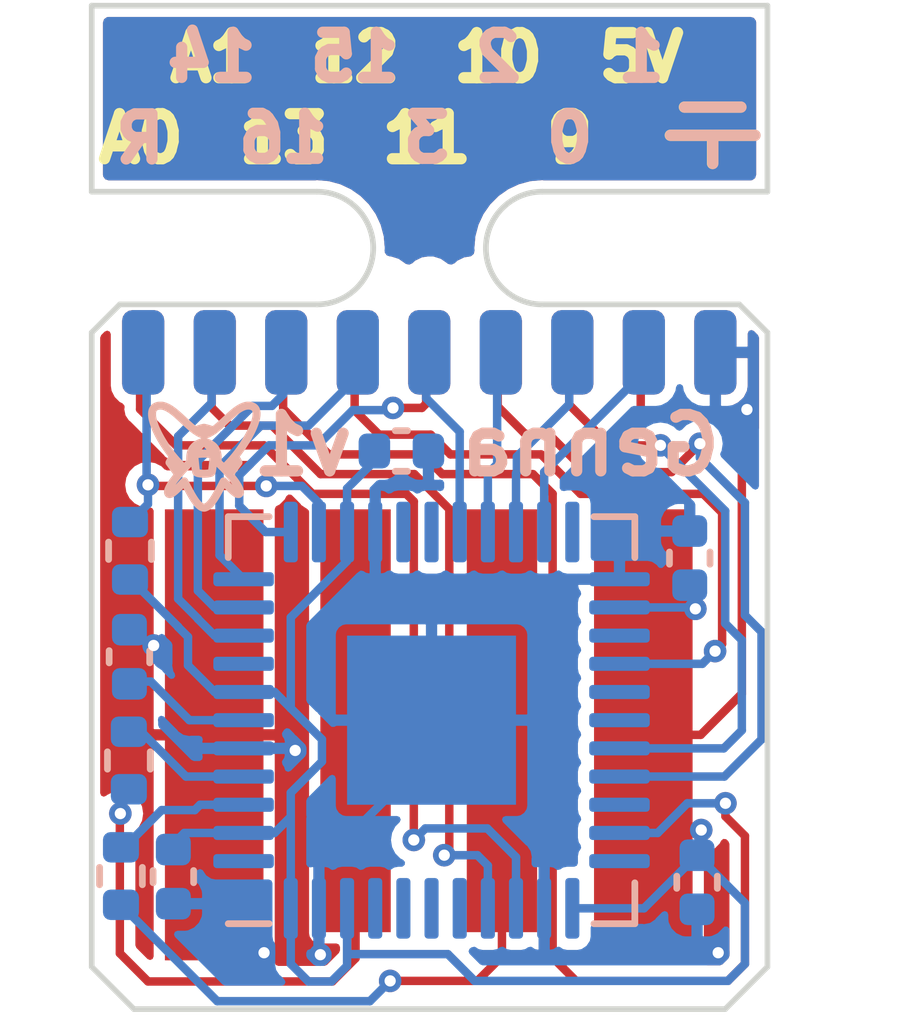
<source format=kicad_pcb>
(kicad_pcb (version 20211014) (generator pcbnew)
  (layers (0 "F.Cu" signal) (31 "B.Cu" signal) (34 "B.Paste" user) (35 "F.Paste" user) (36 "B.SilkS" user "B.Silkscreen") (37 "F.SilkS" user "F.Silkscreen") (38 "B.Mask" user) (39 "F.Mask" user) (44 "Edge.Cuts" user))
  (net 0 "")
  (net 1 "Net-(J1-Pad3)")
  (net 2 "Net-(J1-Pad2)")
  (net 17 "GND")
  (net 18 "Net-(C1-Pad2)")
  (net 19 "+5V")
  (net 20 "Net-(R1-Pad1)")
  (net 21 "Net-(R2-Pad2)")
  (net 22 "RST")
  (net 23 "SCK")
  (net 24 "MOSI")
  (net 25 "MISO")
  (net 26 "3{slash}SCL")
  (net 27 "2{slash}SDA")
  (net 28 "0{slash}RX")
  (net 29 "1{slash}TX")
  (net 30 "9")
  (net 31 "10")
  (net 32 "11")
  (net 33 "12")
  (net 34 "A1")
  (net 35 "A0")
  (net 36 "13")
  (footprint "DIY:USB_A_PCB_Traces" (layer "F.Cu") (at 134.38532 86.53532)
    (fp_text reference "J1" hide)
    (fp_text value "USB_A")
    (pad "1" connect rect (at 3.81 -4.9) (size 1.75 8) (layers "F.Cu" "F.Mask") (net 19 "+5V"))
    (pad "2" connect rect (at 1.3 -5.15) (size 1.25 7.5) (layers "F.Cu" "F.Mask") (net 2 "Net-(J1-Pad2)"))
    (pad "3" connect rect (at -1.3 -5.15) (size 1.25 7.5) (layers "F.Cu" "F.Mask") (net 1 "Net-(J1-Pad3)"))
    (pad "4" connect rect (at -3.81 -4.9) (size 1.75 8) (layers "F.Cu" "F.Mask") (net 17 "GND"))
  )
  (footprint "Connector_PinHeader_1.27mm:PinHeader_1x09_P1.27mm_Vertical" (layer "F.Cu") (at 139.475 74.85 -90)
    (fp_text reference "J3" hide)
    (fp_text value "Conn_01x09")
    (pad "1" smd roundrect (at 0 0 270) (size 1.5 0.75) (layers "F.Cu" "F.Paste" "F.Mask") (net 17 "GND"))
    (pad "2" smd roundrect (at 0 1.27 270) (size 1.5 0.75) (layers "F.Cu" "F.Paste" "F.Mask") (net 19 "+5V"))
    (pad "3" smd roundrect (at 0 2.54 270) (size 1.5 0.75) (layers "F.Cu" "F.Paste" "F.Mask") (net 30 "9"))
    (pad "4" smd roundrect (at 0 3.81 270) (size 1.5 0.75) (layers "F.Cu" "F.Paste" "F.Mask") (net 31 "10"))
    (pad "5" smd roundrect (at 0 5.08 270) (size 1.5 0.75) (layers "F.Cu" "F.Paste" "F.Mask") (net 32 "11"))
    (pad "6" smd roundrect (at 0 6.35 270) (size 1.5 0.75) (layers "F.Cu" "F.Paste" "F.Mask") (net 33 "12"))
    (pad "7" smd roundrect (at 0 7.62 270) (size 1.5 0.75) (layers "F.Cu" "F.Paste" "F.Mask") (net 36 "13"))
    (pad "8" smd roundrect (at 0 8.89 270) (size 1.5 0.75) (layers "F.Cu" "F.Paste" "F.Mask") (net 34 "A1"))
    (pad "9" smd roundrect (at 0 10.16 270) (size 1.5 0.75) (layers "F.Cu" "F.Paste" "F.Mask") (net 35 "A0"))
  )
  (footprint "DIY:breakpoint" (layer "F.Cu") (at 134.4 74.6)
    (fp_text reference "REF**" hide)
    (fp_text value "breakpoint")
    (pad "" np_thru_hole circle (at 0 -1) (size 0.5 0.5) (drill 0.5) (layers F&B.Cu *.Mask))
    (pad "" np_thru_hole circle (at 0.75 -1) (size 0.5 0.5) (drill 0.5) (layers F&B.Cu *.Mask))
    (pad "" np_thru_hole circle (at -0.75 -1) (size 0.5 0.5) (drill 0.5) (layers F&B.Cu *.Mask))
  )
  (footprint "Resistor_SMD:R_0402_1005Metric" (layer "B.Cu") (at 129.06 82.09 90)
    (fp_text reference "R2" hide)
    (fp_text value "22")
    (pad "1" smd roundrect (at -0.51 0 90) (size 0.54 0.64) (layers "B.Cu" "B.Paste" "B.Mask") (net 1 "Net-(J1-Pad3)"))
    (pad "2" smd roundrect (at 0.51 0 90) (size 0.54 0.64) (layers "B.Cu" "B.Paste" "B.Mask") (net 21 "Net-(R2-Pad2)"))
  )
  (footprint "Resistor_SMD:R_0402_1005Metric" (layer "B.Cu") (at 129.08 78.37 90)
    (fp_text reference "R3" hide)
    (fp_text value "10k")
    (pad "1" smd roundrect (at -0.51 0 90) (size 0.54 0.64) (layers "B.Cu" "B.Paste" "B.Mask") (net 19 "+5V"))
    (pad "2" smd roundrect (at 0.51 0 90) (size 0.54 0.64) (layers "B.Cu" "B.Paste" "B.Mask") (net 22 "RST"))
  )
  (footprint "LOGO" (layer "B.Cu") (at 130.4 76.7 180)
    (fp_text reference "G***" hide)
    (fp_text value "LOGO" hide)
  )
  (footprint "Resistor_SMD:R_0402_1005Metric" (layer "B.Cu") (at 128.92 84.14 -90)
    (fp_text reference "R1" hide)
    (fp_text value "22")
    (pad "1" smd roundrect (at -0.51 0 270) (size 0.54 0.64) (layers "B.Cu" "B.Paste" "B.Mask") (net 20 "Net-(R1-Pad1)"))
    (pad "2" smd roundrect (at 0.51 0 270) (size 0.54 0.64) (layers "B.Cu" "B.Paste" "B.Mask") (net 2 "Net-(J1-Pad2)"))
  )
  (footprint "Capacitor_SMD:C_0402_1005Metric" (layer "B.Cu") (at 133.9 76.6 180)
    (fp_text reference "C5" hide)
    (fp_text value "100nF")
    (pad "1" smd roundrect (at -0.48 0 180) (size 0.56 0.62) (layers "B.Cu" "B.Paste" "B.Mask") (net 17 "GND"))
    (pad "2" smd roundrect (at 0.48 0 180) (size 0.56 0.62) (layers "B.Cu" "B.Paste" "B.Mask") (net 19 "+5V"))
  )
  (footprint "Package_DFN_QFN:QFN-44-1EP_7x7mm_P0.5mm_EP5.2x5.2mm" (layer "B.Cu") (at 134.435 81.375)
    (fp_text reference "U1" hide)
    (fp_text value "ATmega32U4-M")
    (pad "1" smd roundrect (at -3.3375 2.5) (size 1.075 0.25) (layers "B.Cu" "B.Paste" "B.Mask"))
    (pad "2" smd roundrect (at -3.3375 2) (size 1.075 0.25) (layers "B.Cu" "B.Paste" "B.Mask") (net 19 "+5V"))
    (pad "3" smd roundrect (at -3.3375 1.5) (size 1.075 0.25) (layers "B.Cu" "B.Paste" "B.Mask") (net 20 "Net-(R1-Pad1)"))
    (pad "4" smd roundrect (at -3.3375 1) (size 1.075 0.25) (layers "B.Cu" "B.Paste" "B.Mask") (net 21 "Net-(R2-Pad2)"))
    (pad "5" smd roundrect (at -3.3375 0.5) (size 1.075 0.25) (layers "B.Cu" "B.Paste" "B.Mask") (net 17 "GND"))
    (pad "6" smd roundrect (at -3.3375 0) (size 1.075 0.25) (layers "B.Cu" "B.Paste" "B.Mask") (net 18 "Net-(C1-Pad2)"))
    (pad "7" smd roundrect (at -3.3375 -0.5) (size 1.075 0.25) (layers "B.Cu" "B.Paste" "B.Mask") (net 19 "+5V"))
    (pad "8" smd roundrect (at -3.3375 -1) (size 1.075 0.25) (layers "B.Cu" "B.Paste" "B.Mask"))
    (pad "9" smd roundrect (at -3.3375 -1.5) (size 1.075 0.25) (layers "B.Cu" "B.Paste" "B.Mask") (net 23 "SCK"))
    (pad "10" smd roundrect (at -3.3375 -2) (size 1.075 0.25) (layers "B.Cu" "B.Paste" "B.Mask") (net 24 "MOSI"))
    (pad "11" smd roundrect (at -3.3375 -2.5) (size 1.075 0.25) (layers "B.Cu" "B.Paste" "B.Mask") (net 25 "MISO"))
    (pad "12" smd roundrect (at -2.5 -3.3375) (size 0.25 1.075) (layers "B.Cu" "B.Paste" "B.Mask") (net 32 "11"))
    (pad "13" smd roundrect (at -2 -3.3375) (size 0.25 1.075) (layers "B.Cu" "B.Paste" "B.Mask") (net 22 "RST"))
    (pad "14" smd roundrect (at -1.5 -3.3375) (size 0.25 1.075) (layers "B.Cu" "B.Paste" "B.Mask") (net 19 "+5V"))
    (pad "15" smd roundrect (at -1 -3.3375) (size 0.25 1.075) (layers "B.Cu" "B.Paste" "B.Mask") (net 17 "GND"))
    (pad "16" smd roundrect (at -0.5 -3.3375) (size 0.25 1.075) (layers "B.Cu" "B.Paste" "B.Mask"))
    (pad "17" smd roundrect (at 0 -3.3375) (size 0.25 1.075) (layers "B.Cu" "B.Paste" "B.Mask"))
    (pad "18" smd roundrect (at 0.5 -3.3375) (size 0.25 1.075) (layers "B.Cu" "B.Paste" "B.Mask") (net 26 "3{slash}SCL"))
    (pad "19" smd roundrect (at 1 -3.3375) (size 0.25 1.075) (layers "B.Cu" "B.Paste" "B.Mask") (net 27 "2{slash}SDA"))
    (pad "20" smd roundrect (at 1.5 -3.3375) (size 0.25 1.075) (layers "B.Cu" "B.Paste" "B.Mask") (net 28 "0{slash}RX"))
    (pad "21" smd roundrect (at 2 -3.3375) (size 0.25 1.075) (layers "B.Cu" "B.Paste" "B.Mask") (net 29 "1{slash}TX"))
    (pad "22" smd roundrect (at 2.5 -3.3375) (size 0.25 1.075) (layers "B.Cu" "B.Paste" "B.Mask"))
    (pad "23" smd roundrect (at 3.3375 -2.5) (size 1.075 0.25) (layers "B.Cu" "B.Paste" "B.Mask") (net 17 "GND"))
    (pad "24" smd roundrect (at 3.3375 -2) (size 1.075 0.25) (layers "B.Cu" "B.Paste" "B.Mask") (net 19 "+5V"))
    (pad "25" smd roundrect (at 3.3375 -1.5) (size 1.075 0.25) (layers "B.Cu" "B.Paste" "B.Mask"))
    (pad "26" smd roundrect (at 3.3375 -1) (size 1.075 0.25) (layers "B.Cu" "B.Paste" "B.Mask") (net 33 "12"))
    (pad "27" smd roundrect (at 3.3375 -0.5) (size 1.075 0.25) (layers "B.Cu" "B.Paste" "B.Mask"))
    (pad "28" smd roundrect (at 3.3375 0) (size 1.075 0.25) (layers "B.Cu" "B.Paste" "B.Mask"))
    (pad "29" smd roundrect (at 3.3375 0.5) (size 1.075 0.25) (layers "B.Cu" "B.Paste" "B.Mask") (net 30 "9"))
    (pad "30" smd roundrect (at 3.3375 1) (size 1.075 0.25) (layers "B.Cu" "B.Paste" "B.Mask") (net 31 "10"))
    (pad "31" smd roundrect (at 3.3375 1.5) (size 1.075 0.25) (layers "B.Cu" "B.Paste" "B.Mask"))
    (pad "32" smd roundrect (at 3.3375 2) (size 1.075 0.25) (layers "B.Cu" "B.Paste" "B.Mask") (net 36 "13"))
    (pad "33" smd roundrect (at 3.3375 2.5) (size 1.075 0.25) (layers "B.Cu" "B.Paste" "B.Mask"))
    (pad "34" smd roundrect (at 2.5 3.3375) (size 0.25 1.075) (layers "B.Cu" "B.Paste" "B.Mask") (net 19 "+5V"))
    (pad "35" smd roundrect (at 2 3.3375) (size 0.25 1.075) (layers "B.Cu" "B.Paste" "B.Mask") (net 17 "GND"))
    (pad "36" smd roundrect (at 1.5 3.3375) (size 0.25 1.075) (layers "B.Cu" "B.Paste" "B.Mask") (net 35 "A0"))
    (pad "37" smd roundrect (at 1 3.3375) (size 0.25 1.075) (layers "B.Cu" "B.Paste" "B.Mask") (net 34 "A1"))
    (pad "38" smd roundrect (at 0.5 3.3375) (size 0.25 1.075) (layers "B.Cu" "B.Paste" "B.Mask"))
    (pad "39" smd roundrect (at 0 3.3375) (size 0.25 1.075) (layers "B.Cu" "B.Paste" "B.Mask"))
    (pad "40" smd roundrect (at -0.5 3.3375) (size 0.25 1.075) (layers "B.Cu" "B.Paste" "B.Mask"))
    (pad "41" smd roundrect (at -1 3.3375) (size 0.25 1.075) (layers "B.Cu" "B.Paste" "B.Mask"))
    (pad "42" smd roundrect (at -1.5 3.3375) (size 0.25 1.075) (layers "B.Cu" "B.Paste" "B.Mask") (net 19 "+5V"))
    (pad "43" smd roundrect (at -2 3.3375) (size 0.25 1.075) (layers "B.Cu" "B.Paste" "B.Mask") (net 17 "GND"))
    (pad "44" smd roundrect (at -2.5 3.3375) (size 0.25 1.075) (layers "B.Cu" "B.Paste" "B.Mask") (net 19 "+5V"))
    (pad "45" smd rect (at 0 0) (size 3 3) (layers "B.Cu" "B.Mask") (net 17 "GND"))
  )
  (footprint "Capacitor_SMD:C_0402_1005Metric" (layer "B.Cu") (at 139.02 78.5 -90)
    (fp_text reference "C4" hide)
    (fp_text value "100nF")
    (pad "1" smd roundrect (at -0.48 0 270) (size 0.56 0.62) (layers "B.Cu" "B.Paste" "B.Mask") (net 17 "GND"))
    (pad "2" smd roundrect (at 0.48 0 270) (size 0.56 0.62) (layers "B.Cu" "B.Paste" "B.Mask") (net 19 "+5V"))
  )
  (footprint "Connector_PinHeader_1.27mm:PinHeader_1x09_P1.27mm_Vertical" (layer "B.Cu") (at 129.315 74.85 -90)
    (fp_text reference "J2" hide)
    (fp_text value "Conn_01x09")
    (pad "1" smd roundrect (at 0 0 270) (size 1.5 0.75) (layers "B.Cu" "B.Paste" "B.Mask") (net 22 "RST"))
    (pad "2" smd roundrect (at 0 -1.27 270) (size 1.5 0.75) (layers "B.Cu" "B.Paste" "B.Mask") (net 23 "SCK"))
    (pad "3" smd roundrect (at 0 -2.54 270) (size 1.5 0.75) (layers "B.Cu" "B.Paste" "B.Mask") (net 24 "MOSI"))
    (pad "4" smd roundrect (at 0 -3.81 270) (size 1.5 0.75) (layers "B.Cu" "B.Paste" "B.Mask") (net 25 "MISO"))
    (pad "5" smd roundrect (at 0 -5.08 270) (size 1.5 0.75) (layers "B.Cu" "B.Paste" "B.Mask") (net 26 "3{slash}SCL"))
    (pad "6" smd roundrect (at 0 -6.35 270) (size 1.5 0.75) (layers "B.Cu" "B.Paste" "B.Mask") (net 27 "2{slash}SDA"))
    (pad "7" smd roundrect (at 0 -7.62 270) (size 1.5 0.75) (layers "B.Cu" "B.Paste" "B.Mask") (net 28 "0{slash}RX"))
    (pad "8" smd roundrect (at 0 -8.89 270) (size 1.5 0.75) (layers "B.Cu" "B.Paste" "B.Mask") (net 29 "1{slash}TX"))
    (pad "9" smd roundrect (at 0 -10.16 270) (size 1.5 0.75) (layers "B.Cu" "B.Paste" "B.Mask") (net 17 "GND"))
  )
  (footprint "Capacitor_SMD:C_0402_1005Metric" (layer "B.Cu") (at 129.85 84.15 90)
    (fp_text reference "C2" hide)
    (fp_text value "100nF")
    (pad "1" smd roundrect (at -0.48 0 90) (size 0.56 0.62) (layers "B.Cu" "B.Paste" "B.Mask") (net 17 "GND"))
    (pad "2" smd roundrect (at 0.48 0 90) (size 0.56 0.62) (layers "B.Cu" "B.Paste" "B.Mask") (net 19 "+5V"))
  )
  (footprint "Capacitor_SMD:C_0402_1005Metric" (layer "B.Cu") (at 139.15 84.25 90)
    (fp_text reference "C3" hide)
    (fp_text value "100nF")
    (pad "1" smd roundrect (at -0.48 0 90) (size 0.56 0.62) (layers "B.Cu" "B.Paste" "B.Mask") (net 17 "GND"))
    (pad "2" smd roundrect (at 0.48 0 90) (size 0.56 0.62) (layers "B.Cu" "B.Paste" "B.Mask") (net 19 "+5V"))
  )
  (footprint "Capacitor_SMD:C_0402_1005Metric" (layer "B.Cu") (at 129.07 80.25 -90)
    (fp_text reference "C1" hide)
    (fp_text value "1µF")
    (pad "1" smd roundrect (at -0.48 0 270) (size 0.56 0.62) (layers "B.Cu" "B.Paste" "B.Mask") (net 17 "GND"))
    (pad "2" smd roundrect (at 0.48 0 270) (size 0.56 0.62) (layers "B.Cu" "B.Paste" "B.Mask") (net 18 "Net-(C1-Pad2)"))
  )
  (gr_line (start 138.93 70.5) (end 139.93 70.5) (layer "B.SilkS") (width 0.2))
  (gr_line (start 138.68 71) (end 139.43 71) (layer "B.SilkS") (width 0.2))
  (gr_line (start 139.43 71) (end 139.43 71.5) (layer "B.SilkS") (width 0.2))
  (gr_line (start 140.18 71) (end 139.43 71) (layer "B.SilkS") (width 0.2))
  (gr_line (start 139.425 71) (end 138.675 71) (layer "F.SilkS") (width 0.2))
  (gr_line (start 138.925 70.5) (end 139.925 70.5) (layer "F.SilkS") (width 0.2))
  (gr_line (start 139.425 71) (end 140.175 71) (layer "F.SilkS") (width 0.2))
  (gr_line (start 139.425 71.5) (end 139.425 71) (layer "F.SilkS") (width 0.2))
  (gr_line (start 128.9 74) (end 132.4 74) (layer "Edge.Cuts") (width 0.1))
  (gr_line (start 140.4 74.5) (end 139.9 74) (layer "Edge.Cuts") (width 0.1))
  (gr_arc (start 136.4 74) (mid 135.4 73) (end 136.4 72) (layer "Edge.Cuts") (width 0.1))
  (gr_line (start 140.4 68.7) (end 128.4 68.7) (layer "Edge.Cuts") (width 0.1))
  (gr_line (start 140.4 85.75) (end 140.4 74.5) (layer "Edge.Cuts") (width 0.1))
  (gr_line (start 128.4 74.5) (end 128.4 85.75) (layer "Edge.Cuts") (width 0.1))
  (gr_line (start 128.9 74) (end 128.4 74.5) (layer "Edge.Cuts") (width 0.1))
  (gr_line (start 128.4 85.75) (end 129.15 86.5) (layer "Edge.Cuts") (width 0.1))
  (gr_line (start 129.15 86.5) (end 139.65 86.5) (layer "Edge.Cuts") (width 0.1))
  (gr_line (start 136.4 72) (end 140.4 72) (layer "Edge.Cuts") (width 0.1))
  (gr_line (start 139.65 86.5) (end 140.4 85.75) (layer "Edge.Cuts") (width 0.1))
  (gr_arc (start 132.4 72) (mid 133.4 73) (end 132.4 74) (layer "Edge.Cuts") (width 0.1))
  (gr_line (start 139.9 74) (end 136.4 74) (layer "Edge.Cuts") (width 0.1))
  (gr_line (start 140.4 72) (end 140.4 68.7) (layer "Edge.Cuts") (width 0.1))
  (gr_line (start 128.4 68.7) (end 128.4 72) (layer "Edge.Cuts") (width 0.1))
  (gr_line (start 132.4 72) (end 128.4 72) (layer "Edge.Cuts") (width 0.1))
  (gr_text "2" (at 135.61625 69.612855) (layer "B.SilkS") (effects (font (size 0.8 0.8) (thickness 0.2)) (justify mirror)))
  (gr_text "0" (at 136.8875 71.05) (layer "B.SilkS") (effects (font (size 0.8 0.8) (thickness 0.2)) (justify mirror)))
  (gr_text "15" (at 133.07375 69.612855) (layer "B.SilkS") (effects (font (size 0.8 0.8) (thickness 0.2)) (justify mirror)))
  (gr_text "Genna" (at 137.25 76.5) (layer "B.SilkS") (effects (font (size 1 1) (thickness 0.2)) (justify mirror)))
  (gr_text "1" (at 138.15875 69.612855) (layer "B.SilkS") (effects (font (size 0.8 0.8) (thickness 0.2)) (justify mirror)))
  (gr_text "14" (at 130.53125 69.612855) (layer "B.SilkS") (effects (font (size 0.8 0.8) (thickness 0.2)) (justify mirror)))
  (gr_text "3" (at 134.345 71.05) (layer "B.SilkS") (effects (font (size 0.8 0.8) (thickness 0.2)) (justify mirror)))
  (gr_text "R" (at 129.26 71.06) (layer "B.SilkS") (effects (font (size 0.8 0.8) (thickness 0.2)) (justify mirror)))
  (gr_text "16" (at 131.8025 71.05) (layer "B.SilkS") (effects (font (size 0.8 0.8) (thickness 0.2)) (justify mirror)))
  (gr_text "v1" (at 132.15 76.5) (layer "B.SilkS") (effects (font (size 1 1) (thickness 0.2)) (justify mirror)))
  (gr_text "A0" (at 129.275 71.056) (layer "F.SilkS") (effects (font (size 0.8 0.8) (thickness 0.2))))
  (gr_text "11" (at 134.35 71.056) (layer "F.SilkS") (effects (font (size 0.8 0.8) (thickness 0.2))))
  (gr_text "9\n" (at 136.8875 71.056) (layer "F.SilkS") (effects (font (size 0.8 0.8) (thickness 0.2))))
  (gr_text "12" (at 133.08125 69.618855) (layer "F.SilkS") (effects (font (size 0.8 0.8) (thickness 0.2))))
  (gr_text "A1" (at 130.54375 69.618855) (layer "F.SilkS") (effects (font (size 0.8 0.8) (thickness 0.2))))
  (gr_text "13" (at 131.8125 71.056) (layer "F.SilkS") (effects (font (size 0.8 0.8) (thickness 0.2))))
  (gr_text "5V" (at 138.15625 69.618855) (layer "F.SilkS") (effects (font (size 0.8 0.8) (thickness 0.2))))
  (gr_text "10" (at 135.61875 69.618855) (layer "F.SilkS") (effects (font (size 0.8 0.8) (thickness 0.2))))
  (segment (start 128.908829 83.031676) (end 128.9 83.040505) (width 0.15) (layer "F.Cu") (net 1))
  (segment (start 128.9 85.51) (end 129.399822 86.009822) (width 0.15) (layer "F.Cu") (net 1))
  (segment (start 128.9 83.040505) (end 128.9 85.51) (width 0.15) (layer "F.Cu") (net 1))
  (segment (start 129.399822 86.009822) (end 132.67397 86.009822) (width 0.15) (layer "F.Cu") (net 1))
  (segment (start 133.08532 85.598472) (end 133.08532 81.38532) (width 0.15) (layer "F.Cu") (net 1))
  (segment (start 132.67397 86.009822) (end 133.08532 85.598472) (width 0.15) (layer "F.Cu") (net 1))
  (via (at 128.908829 83.031676) (size 0.4) (drill 0.2) (layers "F.Cu" "B.Cu") (net 1))
  (segment (start 135.25 86) (end 135.68532 85.56468) (width 0.15) (layer "F.Cu") (net 2))
  (segment (start 135.68532 85.56468) (end 135.68532 81.38532) (width 0.15) (layer "F.Cu") (net 2))
  (segment (start 133.7 86) (end 135.25 86) (width 0.15) (layer "F.Cu") (net 2))
  (via (at 133.7 86) (size 0.4) (drill 0.2) (layers "F.Cu" "B.Cu") (net 2))
  (segment (start 130.629822 86.359822) (end 128.92 84.65) (width 0.15) (layer "B.Cu") (net 2))
  (segment (start 133.340178 86.359822) (end 130.629822 86.359822) (width 0.15) (layer "B.Cu") (net 2))
  (segment (start 133.7 86) (end 133.340178 86.359822) (width 0.15) (layer "B.Cu") (net 2))
  (via (at 132.4605 85.534822) (size 0.4) (drill 0.2) (layers "F.Cu" "B.Cu") (net 17))
  (via (at 129.5 80.05) (size 0.4) (drill 0.2) (layers "F.Cu" "B.Cu") (net 17))
  (via (at 131.4605 85.5) (size 0.4) (drill 0.2) (layers "F.Cu" "B.Cu") (net 17))
  (via (at 140.035523 75.864477) (size 0.4) (drill 0.2) (layers "F.Cu" "B.Cu") (net 17))
  (via (at 132.013553 81.911947) (size 0.4) (drill 0.2) (layers "F.Cu" "B.Cu") (net 17))
  (via (at 139.5255 85.5) (size 0.4) (drill 0.2) (layers "F.Cu" "B.Cu") (net 17))
  (segment (start 134.435 81.375) (end 134.435 81.965) (width 0.15) (layer "B.Cu") (net 17))
  (segment (start 134.435 81.965) (end 133.09 83.31) (width 0.15) (layer "B.Cu") (net 17))
  (segment (start 129.45 80.69) (end 130.135 81.375) (width 0.15) (layer "B.Cu") (net 18))
  (segment (start 129.07 80.69) (end 129.45 80.69) (width 0.15) (layer "B.Cu") (net 18))
  (segment (start 130.135 81.375) (end 131.0975 81.375) (width 0.15) (layer "B.Cu") (net 18))
  (segment (start 139.21468 81.63532) (end 139.944822 80.905178) (width 0.15) (layer "F.Cu") (net 19))
  (segment (start 138.19532 81.63532) (end 139.21468 81.63532) (width 0.15) (layer "F.Cu") (net 19))
  (segment (start 139.944822 76.444822) (end 139.495355 75.995355) (width 0.15) (layer "F.Cu") (net 19))
  (segment (start 138.295355 75.995355) (end 138.14968 75.84968) (width 0.15) (layer "F.Cu") (net 19))
  (segment (start 139.944822 80.905178) (end 139.944822 76.444822) (width 0.15) (layer "F.Cu") (net 19))
  (segment (start 138.14968 75.84968) (end 138.14968 74.875) (width 0.15) (layer "F.Cu") (net 19))
  (segment (start 139.495355 75.995355) (end 138.295355 75.995355) (width 0.15) (layer "F.Cu") (net 19))
  (via (at 139.22412 83.323622) (size 0.4) (drill 0.2) (layers "F.Cu" "B.Cu") (net 19))
  (via (at 139.120322 79.4) (size 0.4) (drill 0.2) (layers "F.Cu" "B.Cu") (net 19))
  (segment (start 129.08 78.88) (end 129.097755 78.88) (width 0.15) (layer "B.Cu") (net 19))
  (segment (start 131.935 83.087652) (end 131.647652 83.375) (width 0.15) (layer "B.Cu") (net 19))
  (segment (start 129.935 79.717245) (end 129.935 79.722271) (width 0.15) (layer "B.Cu") (net 19))
  (segment (start 133.42 76.6) (end 133.42 76.78) (width 0.15) (layer "B.Cu") (net 19))
  (segment (start 139.15 83.77) (end 140.0005 84.6205) (width 0.15) (layer "B.Cu") (net 19))
  (segment (start 132.935 85.732074) (end 132.657252 86.009822) (width 0.15) (layer "B.Cu") (net 19))
  (segment (start 131.935 81.162348) (end 131.935 79.552297) (width 0.15) (layer "B.Cu") (net 19))
  (segment (start 132.210305 81.436947) (end 132.488553 81.715195) (width 0.15) (layer "B.Cu") (net 19))
  (segment (start 129.8 83.62) (end 130.045 83.375) (width 0.15) (layer "B.Cu") (net 19))
  (segment (start 132.24703 86.009822) (end 131.935 85.697792) (width 0.15) (layer "B.Cu") (net 19))
  (segment (start 139.095322 79.375) (end 137.7725 79.375) (width 0.15) (layer "B.Cu") (net 19))
  (segment (start 139.697252 86) (end 135.2 86) (width 0.15) (layer "B.Cu") (net 19))
  (segment (start 131.935 82.662252) (end 131.935 83.087652) (width 0.15) (layer "B.Cu") (net 19))
  (segment (start 139.120322 79.4) (end 139.095322 79.375) (width 0.15) (layer "B.Cu") (net 19))
  (segment (start 132.488553 82.108699) (end 131.935 82.662252) (width 0.15) (layer "B.Cu") (net 19))
  (segment (start 131.0975 80.875) (end 131.647652 80.875) (width 0.15) (layer "B.Cu") (net 19))
  (segment (start 136.935 84.7125) (end 138.2075 84.7125) (width 0.15) (layer "B.Cu") (net 19))
  (segment (start 129.935 79.722271) (end 130.11 79.897271) (width 0.15) (layer "B.Cu") (net 19))
  (segment (start 133.42 76.78) (end 132.935 77.265) (width 0.15) (layer "B.Cu") (net 19))
  (segment (start 132.935 84.7125) (end 132.935 85.732074) (width 0.15) (layer "B.Cu") (net 19))
  (segment (start 139.22412 83.867004) (end 139.17 83.921124) (width 0.15) (layer "B.Cu") (net 19))
  (segment (start 132.935 77.265) (end 132.935 78.0375) (width 0.15) (layer "B.Cu") (net 19))
  (segment (start 131.935 84.7125) (end 131.935 83.087652) (width 0.15) (layer "B.Cu") (net 19))
  (segment (start 139.22412 83.323622) (end 139.22412 83.867004) (width 0.15) (layer "B.Cu") (net 19))
  (segment (start 130.11 79.897271) (end 130.11 80.402297) (width 0.15) (layer "B.Cu") (net 19))
  (segment (start 131.647652 80.875) (end 131.935 81.162348) (width 0.15) (layer "B.Cu") (net 19))
  (segment (start 132.935 78.552297) (end 132.935 78.0375) (width 0.15) (layer "B.Cu") (net 19))
  (segment (start 130.11 80.402297) (end 130.582703 80.875) (width 0.15) (layer "B.Cu") (net 19))
  (segment (start 129.097755 78.88) (end 129.935 79.717245) (width 0.15) (layer "B.Cu") (net 19))
  (segment (start 131.935 81.162348) (end 132.209599 81.436947) (width 0.15) (layer "B.Cu") (net 19))
  (segment (start 131.935 79.552297) (end 132.935 78.552297) (width 0.15) (layer "B.Cu") (net 19))
  (segment (start 130.582703 80.875) (end 131.0975 80.875) (width 0.15) (layer "B.Cu") (net 19))
  (segment (start 131.935 85.697792) (end 131.935 84.7125) (width 0.15) (layer "B.Cu") (net 19))
  (segment (start 135.2 86) (end 134.725 85.525) (width 0.15) (layer "B.Cu") (net 19))
  (segment (start 132.657252 86.009822) (end 132.24703 86.009822) (width 0.15) (layer "B.Cu") (net 19))
  (segment (start 132.209599 81.436947) (end 132.210305 81.436947) (width 0.15) (layer "B.Cu") (net 19))
  (segment (start 140.0005 84.6205) (end 140.0005 85.696752) (width 0.15) (layer "B.Cu") (net 19))
  (segment (start 138.2075 84.7125) (end 139.15 83.77) (width 0.15) (layer "B.Cu") (net 19))
  (segment (start 132.488553 81.715195) (end 132.488553 82.108699) (width 0.15) (layer "B.Cu") (net 19))
  (segment (start 130.045 83.375) (end 131.0975 83.375) (width 0.15) (layer "B.Cu") (net 19))
  (segment (start 140.0005 85.696752) (end 139.697252 86) (width 0.15) (layer "B.Cu") (net 19))
  (segment (start 131.647652 83.375) (end 131.0975 83.375) (width 0.15) (layer "B.Cu") (net 19))
  (segment (start 139.22412 83.867004) (end 139.13 83.961124) (width 0.15) (layer "B.Cu") (net 19))
  (segment (start 134.725 85.525) (end 133 85.525) (width 0.15) (layer "B.Cu") (net 19))
  (segment (start 130.325 82.875) (end 130.23 82.97) (width 0.15) (layer "B.Cu") (net 20))
  (segment (start 128.981551 83.63) (end 128.92 83.63) (width 0.15) (layer "B.Cu") (net 20))
  (segment (start 129.641551 82.97) (end 128.981551 83.63) (width 0.15) (layer "B.Cu") (net 20))
  (segment (start 130.23 82.97) (end 129.641551 82.97) (width 0.15) (layer "B.Cu") (net 20))
  (segment (start 131.0975 82.875) (end 130.325 82.875) (width 0.15) (layer "B.Cu") (net 20))
  (segment (start 130.075 82.375) (end 131.0975 82.375) (width 0.15) (layer "B.Cu") (net 21))
  (segment (start 129.06 81.58) (end 129.28 81.58) (width 0.15) (layer "B.Cu") (net 21))
  (segment (start 129.28 81.58) (end 130.075 82.375) (width 0.15) (layer "B.Cu") (net 21))
  (segment (start 129.419874 77.219874) (end 131.499874 77.219874) (width 0.15) (layer "F.Cu") (net 22))
  (segment (start 129.4 77.2) (end 129.419874 77.219874) (width 0.15) (layer "F.Cu") (net 22))
  (via (at 129.4 77.2) (size 0.4) (drill 0.2) (layers "F.Cu" "B.Cu") (net 22))
  (via (at 131.499874 77.219874) (size 0.4) (drill 0.2) (layers "F.Cu" "B.Cu") (net 22))
  (segment (start 129.375 77.175) (end 129.375 74.99032) (width 0.15) (layer "B.Cu") (net 22))
  (segment (start 131.499874 77.219874) (end 132.132171 77.219874) (width 0.15) (layer "B.Cu") (net 22))
  (segment (start 129.4 77.2) (end 129.375 77.175) (width 0.15) (layer "B.Cu") (net 22))
  (segment (start 132.132171 77.219874) (end 132.435 77.522703) (width 0.15) (layer "B.Cu") (net 22))
  (segment (start 132.435 77.522703) (end 132.435 78.0375) (width 0.15) (layer "B.Cu") (net 22))
  (segment (start 129.375 74.99032) (end 129.25968 74.875) (width 0.15) (layer "B.Cu") (net 22))
  (segment (start 129.4 77.54) (end 129.08 77.86) (width 0.15) (layer "B.Cu") (net 22))
  (segment (start 129.4 77.2) (end 129.4 77.54) (width 0.15) (layer "B.Cu") (net 22))
  (segment (start 130.285 79.572271) (end 130.285 79.577297) (width 0.15) (layer "B.Cu") (net 23))
  (segment (start 130.52968 75.74532) (end 129.935 76.34) (width 0.15) (layer "B.Cu") (net 23))
  (segment (start 130.582703 79.875) (end 131.0975 79.875) (width 0.15) (layer "B.Cu") (net 23))
  (segment (start 129.935 76.34) (end 129.935 79.222271) (width 0.15) (layer "B.Cu") (net 23))
  (segment (start 130.52968 74.875) (end 130.52968 75.74532) (width 0.15) (layer "B.Cu") (net 23))
  (segment (start 130.285 79.577297) (end 130.582703 79.875) (width 0.15) (layer "B.Cu") (net 23))
  (segment (start 129.935 79.222271) (end 130.285 79.572271) (width 0.15) (layer "B.Cu") (net 23))
  (segment (start 130.285 76.773754) (end 130.285 79.077297) (width 0.15) (layer "B.Cu") (net 24))
  (segment (start 131.79968 74.875) (end 131.79968 75.60032) (width 0.15) (layer "B.Cu") (net 24))
  (segment (start 130.285 79.077297) (end 130.582703 79.375) (width 0.15) (layer "B.Cu") (net 24))
  (segment (start 131.79968 75.60032) (end 131.6 75.8) (width 0.15) (layer "B.Cu") (net 24))
  (segment (start 131.258753 75.8) (end 130.285 76.773754) (width 0.15) (layer "B.Cu") (net 24))
  (segment (start 130.582703 79.375) (end 131.0975 79.375) (width 0.15) (layer "B.Cu") (net 24))
  (segment (start 131.6 75.8) (end 131.258753 75.8) (width 0.15) (layer "B.Cu") (net 24))
  (segment (start 131.403728 76.15) (end 130.67 76.883728) (width 0.15) (layer "B.Cu") (net 25))
  (segment (start 130.67 78.4475) (end 131.0975 78.875) (width 0.15) (layer "B.Cu") (net 25))
  (segment (start 133.06968 74.875) (end 133.06968 75.33032) (width 0.15) (layer "B.Cu") (net 25))
  (segment (start 133.06968 75.33032) (end 132.25 76.15) (width 0.15) (layer "B.Cu") (net 25))
  (segment (start 130.67 76.883728) (end 130.67 78.4475) (width 0.15) (layer "B.Cu") (net 25))
  (segment (start 132.25 76.15) (end 131.403728 76.15) (width 0.15) (layer "B.Cu") (net 25))
  (segment (start 134.33968 75.662781) (end 134.33968 74.875) (width 0.15) (layer "B.Cu") (net 26))
  (segment (start 134.935 78.0375) (end 134.935 76.258101) (width 0.15) (layer "B.Cu") (net 26))
  (segment (start 134.935 76.258101) (end 134.33968 75.662781) (width 0.15) (layer "B.Cu") (net 26))
  (segment (start 135.6 74.88468) (end 135.60968 74.875) (width 0.15) (layer "B.Cu") (net 27))
  (segment (start 135.435 78.0375) (end 135.435 76.999315) (width 0.15) (layer "B.Cu") (net 27))
  (segment (start 135.6 76.834315) (end 135.6 74.88468) (width 0.15) (layer "B.Cu") (net 27))
  (segment (start 135.435 76.999315) (end 135.6 76.834315) (width 0.15) (layer "B.Cu") (net 27))
  (segment (start 135.935 78.0375) (end 135.935 76.99429) (width 0.15) (layer "B.Cu") (net 28))
  (segment (start 135.95 76.7) (end 136.87968 75.77032) (width 0.15) (layer "B.Cu") (net 28))
  (segment (start 136.87968 75.77032) (end 136.87968 74.875) (width 0.15) (layer "B.Cu") (net 28))
  (segment (start 135.95 76.97929) (end 135.95 76.7) (width 0.15) (layer "B.Cu") (net 28))
  (segment (start 135.935 76.99429) (end 135.95 76.97929) (width 0.15) (layer "B.Cu") (net 28))
  (segment (start 136.435 78.0375) (end 136.435 76.973754) (width 0.15) (layer "B.Cu") (net 29))
  (segment (start 136.435 76.973754) (end 138.14968 75.259074) (width 0.15) (layer "B.Cu") (net 29))
  (segment (start 138.14968 75.259074) (end 138.14968 74.875) (width 0.15) (layer "B.Cu") (net 29))
  (segment (start 136.87968 75.77968) (end 136.87968 74.875) (width 0.15) (layer "F.Cu") (net 30))
  (segment (start 137.6 76.5) (end 136.87968 75.77968) (width 0.15) (layer "F.Cu") (net 30))
  (segment (start 138.5 76.5) (end 137.6 76.5) (width 0.15) (layer "F.Cu") (net 30))
  (via (at 138.5 76.5) (size 0.4) (drill 0.2) (layers "F.Cu" "B.Cu") (net 30))
  (segment (start 139.944822 79.953248) (end 139.944822 81.555178) (width 0.15) (layer "B.Cu") (net 30))
  (segment (start 138.5 76.5) (end 138.5 76.512959) (width 0.15) (layer "B.Cu") (net 30))
  (segment (start 138.5 76.512959) (end 139.65 77.662959) (width 0.15) (layer "B.Cu") (net 30))
  (segment (start 139.65 77.662959) (end 139.65 79.658426) (width 0.15) (layer "B.Cu") (net 30))
  (segment (start 139.65 79.658426) (end 139.944822 79.953248) (width 0.15) (layer "B.Cu") (net 30))
  (segment (start 139.625 81.875) (end 137.7725 81.875) (width 0.15) (layer "B.Cu") (net 30))
  (segment (start 139.944822 81.555178) (end 139.625 81.875) (width 0.15) (layer "B.Cu") (net 30))
  (segment (start 136.514948 76.3) (end 136.1 76.3) (width 0.15) (layer "F.Cu") (net 31))
  (segment (start 139.2 76.470355) (end 139.2 76.471752) (width 0.15) (layer "F.Cu") (net 31))
  (segment (start 139.2 76.471752) (end 138.696752 76.975) (width 0.15) (layer "F.Cu") (net 31))
  (segment (start 135.60968 75.80968) (end 135.60968 74.875) (width 0.15) (layer "F.Cu") (net 31))
  (segment (start 138.696752 76.975) (end 137.189948 76.975) (width 0.15) (layer "F.Cu") (net 31))
  (segment (start 137.189948 76.975) (end 136.514948 76.3) (width 0.15) (layer "F.Cu") (net 31))
  (segment (start 136.1 76.3) (end 135.60968 75.80968) (width 0.15) (layer "F.Cu") (net 31))
  (via (at 139.2 76.470355) (size 0.4) (drill 0.2) (layers "F.Cu" "B.Cu") (net 31))
  (segment (start 139.2 76.470355) (end 139.2 76.717985) (width 0.15) (layer "B.Cu") (net 31))
  (segment (start 140.294822 81.715178) (end 139.635 82.375) (width 0.15) (layer "B.Cu") (net 31))
  (segment (start 140 77.517985) (end 140 79.513452) (width 0.15) (layer "B.Cu") (net 31))
  (segment (start 139.2 76.717985) (end 140 77.517985) (width 0.15) (layer "B.Cu") (net 31))
  (segment (start 140.294822 79.808274) (end 140.294822 81.715178) (width 0.15) (layer "B.Cu") (net 31))
  (segment (start 139.635 82.375) (end 137.7725 82.375) (width 0.15) (layer "B.Cu") (net 31))
  (segment (start 140 79.513452) (end 140.294822 79.808274) (width 0.15) (layer "B.Cu") (net 31))
  (segment (start 134.26418 75.83582) (end 134.33968 75.76032) (width 0.15) (layer "F.Cu") (net 32))
  (segment (start 133.75 75.83582) (end 134.26418 75.83582) (width 0.15) (layer "F.Cu") (net 32))
  (segment (start 134.33968 75.76032) (end 134.33968 74.875) (width 0.15) (layer "F.Cu") (net 32))
  (via (at 133.75 75.83582) (size 0.4) (drill 0.2) (layers "F.Cu" "B.Cu") (net 32))
  (segment (start 131.4875 78.0375) (end 131.935 78.0375) (width 0.15) (layer "B.Cu") (net 32))
  (segment (start 131.548702 76.5) (end 131.02 77.028702) (width 0.15) (layer "B.Cu") (net 32))
  (segment (start 133.71082 75.875) (end 133.036864 75.875) (width 0.15) (layer "B.Cu") (net 32))
  (segment (start 132.411864 76.5) (end 131.548702 76.5) (width 0.15) (layer "B.Cu") (net 32))
  (segment (start 133.75 75.83582) (end 133.71082 75.875) (width 0.15) (layer "B.Cu") (net 32))
  (segment (start 133.036864 75.875) (end 132.411864 76.5) (width 0.15) (layer "B.Cu") (net 32))
  (segment (start 131.02 77.57) (end 131.4875 78.0375) (width 0.15) (layer "B.Cu") (net 32))
  (segment (start 131.02 77.028702) (end 131.02 77.57) (width 0.15) (layer "B.Cu") (net 32))
  (segment (start 134.420242 76.31032) (end 133.502748 76.31032) (width 0.15) (layer "F.Cu") (net 33))
  (segment (start 137.080294 77.36032) (end 136.380294 76.66032) (width 0.15) (layer "F.Cu") (net 33))
  (segment (start 139.26032 77.36032) (end 137.080294 77.36032) (width 0.15) (layer "F.Cu") (net 33))
  (segment (start 139.594822 80.025) (end 139.594822 77.694822) (width 0.15) (layer "F.Cu") (net 33))
  (segment (start 133.502748 76.31032) (end 133.06968 75.877252) (width 0.15) (layer "F.Cu") (net 33))
  (segment (start 133.06968 75.877252) (end 133.06968 74.875) (width 0.15) (layer "F.Cu") (net 33))
  (segment (start 139.469822 80.15) (end 139.594822 80.025) (width 0.15) (layer "F.Cu") (net 33))
  (segment (start 134.770242 76.66032) (end 134.420242 76.31032) (width 0.15) (layer "F.Cu") (net 33))
  (segment (start 139.594822 77.694822) (end 139.26032 77.36032) (width 0.15) (layer "F.Cu") (net 33))
  (segment (start 136.380294 76.66032) (end 134.770242 76.66032) (width 0.15) (layer "F.Cu") (net 33))
  (via (at 139.469822 80.15) (size 0.4) (drill 0.2) (layers "F.Cu" "B.Cu") (net 33))
  (segment (start 139.469822 80.15) (end 139.244822 80.375) (width 0.15) (layer "B.Cu") (net 33))
  (segment (start 139.244822 80.375) (end 137.7725 80.375) (width 0.15) (layer "B.Cu") (net 33))
  (segment (start 131.604974 76.15) (end 130.85 76.15) (width 0.15) (layer "F.Cu") (net 34))
  (segment (start 134.75 83.680818) (end 134.75 77.630026) (width 0.15) (layer "F.Cu") (net 34))
  (segment (start 134.660818 83.77) (end 134.75 83.680818) (width 0.15) (layer "F.Cu") (net 34))
  (segment (start 132.465294 77.01032) (end 131.604974 76.15) (width 0.15) (layer "F.Cu") (net 34))
  (segment (start 134.130294 77.01032) (end 132.465294 77.01032) (width 0.15) (layer "F.Cu") (net 34))
  (segment (start 130.52968 75.82968) (end 130.52968 74.875) (width 0.15) (layer "F.Cu") (net 34))
  (segment (start 134.75 77.630026) (end 134.130294 77.01032) (width 0.15) (layer "F.Cu") (net 34))
  (segment (start 130.85 76.15) (end 130.52968 75.82968) (width 0.15) (layer "F.Cu") (net 34))
  (via (at 134.660818 83.77) (size 0.4) (drill 0.2) (layers "F.Cu" "B.Cu") (net 34))
  (segment (start 135.25 83.77) (end 135.435 83.955) (width 0.15) (layer "B.Cu") (net 34))
  (segment (start 135.435 83.955) (end 135.435 84.7125) (width 0.15) (layer "B.Cu") (net 34))
  (segment (start 134.660818 83.77) (end 135.25 83.77) (width 0.15) (layer "B.Cu") (net 34))
  (segment (start 134.12 83.5) (end 134.12 77.495) (width 0.15) (layer "F.Cu") (net 35))
  (segment (start 131.46 76.5) (end 129.9 76.5) (width 0.15) (layer "F.Cu") (net 35))
  (segment (start 129.9 76.5) (end 129.25968 75.85968) (width 0.15) (layer "F.Cu") (net 35))
  (segment (start 133.98532 77.36032) (end 132.32032 77.36032) (width 0.15) (layer "F.Cu") (net 35))
  (segment (start 134.12 77.495) (end 133.98532 77.36032) (width 0.15) (layer "F.Cu") (net 35))
  (segment (start 129.25968 75.85968) (end 129.25968 74.875) (width 0.15) (layer "F.Cu") (net 35))
  (segment (start 132.32032 77.36032) (end 131.46 76.5) (width 0.15) (layer "F.Cu") (net 35))
  (via (at 134.12 83.5) (size 0.4) (drill 0.2) (layers "F.Cu" "B.Cu") (net 35))
  (segment (start 135.425 83.295) (end 135.935 83.805) (width 0.15) (layer "B.Cu") (net 35))
  (segment (start 134.12 83.5) (end 134.325 83.295) (width 0.15) (layer "B.Cu") (net 35))
  (segment (start 134.325 83.295) (end 135.425 83.295) (width 0.15) (layer "B.Cu") (net 35))
  (segment (start 135.935 83.805) (end 135.935 84.7125) (width 0.15) (layer "B.Cu") (net 35))
  (segment (start 140.0005 85.696752) (end 139.697252 86) (width 0.15) (layer "F.Cu") (net 36))
  (segment (start 136.23532 77.01032) (end 134.625268 77.01032) (width 0.15) (layer "F.Cu") (net 36))
  (segment (start 131.79968 75.849732) (end 131.79968 74.875) (width 0.15) (layer "F.Cu") (net 36))
  (segment (start 137 86) (end 136.58532 85.58532) (width 0.15) (layer "F.Cu") (net 36))
  (segment (start 139.697252 86) (end 137 86) (width 0.15) (layer "F.Cu") (net 36))
  (segment (start 139.653965 83.081715) (end 140.0005 83.42825) (width 0.15) (layer "F.Cu") (net 36))
  (segment (start 136.58532 77.36032) (end 136.23532 77.01032) (width 0.15) (layer "F.Cu") (net 36))
  (segment (start 134.275269 76.66032) (end 132.610268 76.66032) (width 0.15) (layer "F.Cu") (net 36))
  (segment (start 139.653965 82.849122) (end 139.653965 83.081715) (width 0.15) (layer "F.Cu") (net 36))
  (segment (start 132.610268 76.66032) (end 131.79968 75.849732) (width 0.15) (layer "F.Cu") (net 36))
  (segment (start 136.58532 85.58532) (end 136.58532 77.36032) (width 0.15) (layer "F.Cu") (net 36))
  (segment (start 140.0005 83.42825) (end 140.0005 85.696752) (width 0.15) (layer "F.Cu") (net 36))
  (segment (start 134.625268 77.01032) (end 134.275269 76.66032) (width 0.15) (layer "F.Cu") (net 36))
  (via (at 139.653965 82.849122) (size 0.4) (drill 0.2) (layers "F.Cu" "B.Cu") (net 36))
  (segment (start 138.977421 82.849122) (end 138.451543 83.375) (width 0.15) (layer "B.Cu") (net 36))
  (segment (start 138.451543 83.375) (end 137.7725 83.375) (width 0.15) (layer "B.Cu") (net 36))
  (segment (start 139.653965 82.849122) (end 138.977421 82.849122) (width 0.15) (layer "B.Cu") (net 36))
  (zone (net 17) (net_name "GND") (layers F&B.Cu) (connect_pads (clearance 0.2)) (min_thickness 0.2) (fill yes (thermal_gap 0.2) (thermal_bridge_width 0.2) (island_removal_mode 1) (island_area_min 0))
    (polygon (pts (xy 140.7 73.55) (xy 128.3 73.55) (xy 128.3 68.6) (xy 140.7 68.6)))
  )
  (zone (net 17) (net_name "GND") (layers F&B.Cu) (connect_pads (clearance 0.15)) (min_thickness 0.13) (fill yes (thermal_gap 0.2) (thermal_bridge_width 0.2))
    (polygon (pts (xy 140.6 86.7) (xy 128.2 86.7) (xy 128.2 73.9) (xy 140.6 73.9)))
  )
)
</source>
